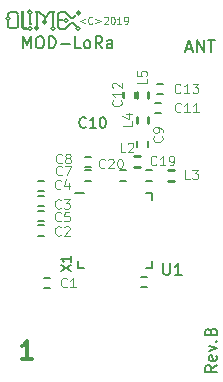
<source format=gbr>
G04 #@! TF.GenerationSoftware,KiCad,Pcbnew,5.1.0-rc1-unknown-9a8afdf~76~ubuntu18.04.1*
G04 #@! TF.CreationDate,2019-02-21T15:29:12+02:00
G04 #@! TF.ProjectId,MOD-LoRa_RevB,4d4f442d-4c6f-4526-915f-526576422e6b,rev?*
G04 #@! TF.SameCoordinates,Original*
G04 #@! TF.FileFunction,Legend,Top*
G04 #@! TF.FilePolarity,Positive*
%FSLAX46Y46*%
G04 Gerber Fmt 4.6, Leading zero omitted, Abs format (unit mm)*
G04 Created by KiCad (PCBNEW 5.1.0-rc1-unknown-9a8afdf~76~ubuntu18.04.1) date 2019-02-21 15:29:12*
%MOMM*%
%LPD*%
G04 APERTURE LIST*
%ADD10C,0.150000*%
%ADD11C,0.300000*%
%ADD12C,0.100000*%
%ADD13C,0.254000*%
%ADD14C,0.200000*%
%ADD15C,0.010000*%
%ADD16C,0.062500*%
%ADD17C,0.012700*%
G04 APERTURE END LIST*
D10*
X136659880Y-119983095D02*
X136183690Y-120316428D01*
X136659880Y-120554523D02*
X135659880Y-120554523D01*
X135659880Y-120173571D01*
X135707500Y-120078333D01*
X135755119Y-120030714D01*
X135850357Y-119983095D01*
X135993214Y-119983095D01*
X136088452Y-120030714D01*
X136136071Y-120078333D01*
X136183690Y-120173571D01*
X136183690Y-120554523D01*
X136612261Y-119173571D02*
X136659880Y-119268809D01*
X136659880Y-119459285D01*
X136612261Y-119554523D01*
X136517023Y-119602142D01*
X136136071Y-119602142D01*
X136040833Y-119554523D01*
X135993214Y-119459285D01*
X135993214Y-119268809D01*
X136040833Y-119173571D01*
X136136071Y-119125952D01*
X136231309Y-119125952D01*
X136326547Y-119602142D01*
X135993214Y-118792619D02*
X136659880Y-118554523D01*
X135993214Y-118316428D01*
X136564642Y-117935476D02*
X136612261Y-117887857D01*
X136659880Y-117935476D01*
X136612261Y-117983095D01*
X136564642Y-117935476D01*
X136659880Y-117935476D01*
X136136071Y-117125952D02*
X136183690Y-116983095D01*
X136231309Y-116935476D01*
X136326547Y-116887857D01*
X136469404Y-116887857D01*
X136564642Y-116935476D01*
X136612261Y-116983095D01*
X136659880Y-117078333D01*
X136659880Y-117459285D01*
X135659880Y-117459285D01*
X135659880Y-117125952D01*
X135707500Y-117030714D01*
X135755119Y-116983095D01*
X135850357Y-116935476D01*
X135945595Y-116935476D01*
X136040833Y-116983095D01*
X136088452Y-117030714D01*
X136136071Y-117125952D01*
X136136071Y-117459285D01*
D11*
X121015071Y-119423571D02*
X120157928Y-119423571D01*
X120586500Y-119423571D02*
X120586500Y-117923571D01*
X120443642Y-118137857D01*
X120300785Y-118280714D01*
X120157928Y-118352142D01*
D10*
X134097142Y-93176666D02*
X134573333Y-93176666D01*
X134001904Y-93462380D02*
X134335238Y-92462380D01*
X134668571Y-93462380D01*
X135001904Y-93462380D02*
X135001904Y-92462380D01*
X135573333Y-93462380D01*
X135573333Y-92462380D01*
X135906666Y-92462380D02*
X136478095Y-92462380D01*
X136192380Y-93462380D02*
X136192380Y-92462380D01*
D12*
X125501085Y-90680969D02*
X125043942Y-90852398D01*
X125501085Y-91023826D01*
X126129657Y-91023826D02*
X126101085Y-91052398D01*
X126015371Y-91080969D01*
X125958228Y-91080969D01*
X125872514Y-91052398D01*
X125815371Y-90995255D01*
X125786800Y-90938112D01*
X125758228Y-90823826D01*
X125758228Y-90738112D01*
X125786800Y-90623826D01*
X125815371Y-90566683D01*
X125872514Y-90509541D01*
X125958228Y-90480969D01*
X126015371Y-90480969D01*
X126101085Y-90509541D01*
X126129657Y-90538112D01*
X126386800Y-90680969D02*
X126843942Y-90852398D01*
X126386800Y-91023826D01*
X127101085Y-90538112D02*
X127129657Y-90509541D01*
X127186800Y-90480969D01*
X127329657Y-90480969D01*
X127386800Y-90509541D01*
X127415371Y-90538112D01*
X127443942Y-90595255D01*
X127443942Y-90652398D01*
X127415371Y-90738112D01*
X127072514Y-91080969D01*
X127443942Y-91080969D01*
X127815371Y-90480969D02*
X127872514Y-90480969D01*
X127929657Y-90509541D01*
X127958228Y-90538112D01*
X127986800Y-90595255D01*
X128015371Y-90709541D01*
X128015371Y-90852398D01*
X127986800Y-90966683D01*
X127958228Y-91023826D01*
X127929657Y-91052398D01*
X127872514Y-91080969D01*
X127815371Y-91080969D01*
X127758228Y-91052398D01*
X127729657Y-91023826D01*
X127701085Y-90966683D01*
X127672514Y-90852398D01*
X127672514Y-90709541D01*
X127701085Y-90595255D01*
X127729657Y-90538112D01*
X127758228Y-90509541D01*
X127815371Y-90480969D01*
X128586800Y-91080969D02*
X128243942Y-91080969D01*
X128415371Y-91080969D02*
X128415371Y-90480969D01*
X128358228Y-90566683D01*
X128301085Y-90623826D01*
X128243942Y-90652398D01*
X128872514Y-91080969D02*
X128986800Y-91080969D01*
X129043942Y-91052398D01*
X129072514Y-91023826D01*
X129129657Y-90938112D01*
X129158228Y-90823826D01*
X129158228Y-90595255D01*
X129129657Y-90538112D01*
X129101085Y-90509541D01*
X129043942Y-90480969D01*
X128929657Y-90480969D01*
X128872514Y-90509541D01*
X128843942Y-90538112D01*
X128815371Y-90595255D01*
X128815371Y-90738112D01*
X128843942Y-90795255D01*
X128872514Y-90823826D01*
X128929657Y-90852398D01*
X129043942Y-90852398D01*
X129101085Y-90823826D01*
X129129657Y-90795255D01*
X129158228Y-90738112D01*
D10*
X120253086Y-93141520D02*
X120253086Y-92141520D01*
X120586420Y-92855806D01*
X120919753Y-92141520D01*
X120919753Y-93141520D01*
X121586420Y-92141520D02*
X121776896Y-92141520D01*
X121872134Y-92189140D01*
X121967372Y-92284378D01*
X122014991Y-92474854D01*
X122014991Y-92808187D01*
X121967372Y-92998663D01*
X121872134Y-93093901D01*
X121776896Y-93141520D01*
X121586420Y-93141520D01*
X121491181Y-93093901D01*
X121395943Y-92998663D01*
X121348324Y-92808187D01*
X121348324Y-92474854D01*
X121395943Y-92284378D01*
X121491181Y-92189140D01*
X121586420Y-92141520D01*
X122443562Y-93141520D02*
X122443562Y-92141520D01*
X122681658Y-92141520D01*
X122824515Y-92189140D01*
X122919753Y-92284378D01*
X122967372Y-92379616D01*
X123014991Y-92570092D01*
X123014991Y-92712949D01*
X122967372Y-92903425D01*
X122919753Y-92998663D01*
X122824515Y-93093901D01*
X122681658Y-93141520D01*
X122443562Y-93141520D01*
X123443562Y-92760568D02*
X124205467Y-92760568D01*
X125157848Y-93141520D02*
X124681658Y-93141520D01*
X124681658Y-92141520D01*
X125634039Y-93141520D02*
X125538801Y-93093901D01*
X125491181Y-93046282D01*
X125443562Y-92951044D01*
X125443562Y-92665330D01*
X125491181Y-92570092D01*
X125538801Y-92522473D01*
X125634039Y-92474854D01*
X125776896Y-92474854D01*
X125872134Y-92522473D01*
X125919753Y-92570092D01*
X125967372Y-92665330D01*
X125967372Y-92951044D01*
X125919753Y-93046282D01*
X125872134Y-93093901D01*
X125776896Y-93141520D01*
X125634039Y-93141520D01*
X126967372Y-93141520D02*
X126634039Y-92665330D01*
X126395943Y-93141520D02*
X126395943Y-92141520D01*
X126776896Y-92141520D01*
X126872134Y-92189140D01*
X126919753Y-92236759D01*
X126967372Y-92331997D01*
X126967372Y-92474854D01*
X126919753Y-92570092D01*
X126872134Y-92617711D01*
X126776896Y-92665330D01*
X126395943Y-92665330D01*
X127824515Y-93141520D02*
X127824515Y-92617711D01*
X127776896Y-92522473D01*
X127681658Y-92474854D01*
X127491181Y-92474854D01*
X127395943Y-92522473D01*
X127824515Y-93093901D02*
X127729277Y-93141520D01*
X127491181Y-93141520D01*
X127395943Y-93093901D01*
X127348324Y-92998663D01*
X127348324Y-92903425D01*
X127395943Y-92808187D01*
X127491181Y-92760568D01*
X127729277Y-92760568D01*
X127824515Y-92712949D01*
X125448000Y-105429141D02*
X124673000Y-105429141D01*
X124898000Y-111729141D02*
X124898000Y-111179141D01*
X125448000Y-111729141D02*
X124898000Y-111729141D01*
X131198000Y-111729141D02*
X131198000Y-111179141D01*
X130648000Y-111729141D02*
X131198000Y-111729141D01*
X131198000Y-105429141D02*
X131198000Y-105979141D01*
X130648000Y-105429141D02*
X131198000Y-105429141D01*
D13*
X130834500Y-97117000D02*
X130834500Y-97371000D01*
X130834500Y-97117000D02*
X130834500Y-96863000D01*
X129945500Y-97117000D02*
X129945500Y-96863000D01*
X129945500Y-97117000D02*
X129945500Y-97371000D01*
X130834500Y-99200000D02*
X130834500Y-99454000D01*
X130834500Y-99200000D02*
X130834500Y-98946000D01*
X129945500Y-99200000D02*
X129945500Y-98946000D01*
X129945500Y-99200000D02*
X129945500Y-99454000D01*
X132808000Y-103455500D02*
X133062000Y-103455500D01*
X132808000Y-103455500D02*
X132554000Y-103455500D01*
X132808000Y-104344500D02*
X132554000Y-104344500D01*
X132808000Y-104344500D02*
X133062000Y-104344500D01*
X129900000Y-102305500D02*
X130154000Y-102305500D01*
X129900000Y-102305500D02*
X129646000Y-102305500D01*
X129900000Y-103194500D02*
X129646000Y-103194500D01*
X129900000Y-103194500D02*
X130154000Y-103194500D01*
D10*
X125726141Y-103203500D02*
X125472141Y-103203500D01*
X125726141Y-103203500D02*
X125980141Y-103203500D01*
X125726141Y-102314500D02*
X125980141Y-102314500D01*
X125726141Y-102314500D02*
X125472141Y-102314500D01*
X128700000Y-104374500D02*
X128446000Y-104374500D01*
X128700000Y-104374500D02*
X128954000Y-104374500D01*
X128700000Y-103485500D02*
X128954000Y-103485500D01*
X128700000Y-103485500D02*
X128446000Y-103485500D01*
X130900000Y-103455500D02*
X131154000Y-103455500D01*
X130900000Y-103455500D02*
X130646000Y-103455500D01*
X130900000Y-104344500D02*
X130646000Y-104344500D01*
X130900000Y-104344500D02*
X131154000Y-104344500D01*
X131850000Y-97044500D02*
X131596000Y-97044500D01*
X131850000Y-97044500D02*
X132104000Y-97044500D01*
X131850000Y-96155500D02*
X132104000Y-96155500D01*
X131850000Y-96155500D02*
X131596000Y-96155500D01*
X128805500Y-97120000D02*
X128805500Y-96866000D01*
X128805500Y-97120000D02*
X128805500Y-97374000D01*
X129694500Y-97120000D02*
X129694500Y-97374000D01*
X129694500Y-97120000D02*
X129694500Y-96866000D01*
X131700000Y-98644500D02*
X131446000Y-98644500D01*
X131700000Y-98644500D02*
X131954000Y-98644500D01*
X131700000Y-97755500D02*
X131954000Y-97755500D01*
X131700000Y-97755500D02*
X131446000Y-97755500D01*
X129945500Y-101240000D02*
X129945500Y-100986000D01*
X129945500Y-101240000D02*
X129945500Y-101494000D01*
X130834500Y-101240000D02*
X130834500Y-101494000D01*
X130834500Y-101240000D02*
X130834500Y-100986000D01*
X125726141Y-104346500D02*
X125472141Y-104346500D01*
X125726141Y-104346500D02*
X125980141Y-104346500D01*
X125726141Y-103457500D02*
X125980141Y-103457500D01*
X125726141Y-103457500D02*
X125472141Y-103457500D01*
X130504800Y-113388041D02*
X130250800Y-113388041D01*
X130504800Y-113388041D02*
X130758800Y-113388041D01*
X130504800Y-112499041D02*
X130758800Y-112499041D01*
X130504800Y-112499041D02*
X130250800Y-112499041D01*
X121818000Y-106885640D02*
X122072000Y-106885640D01*
X121818000Y-106885640D02*
X121564000Y-106885640D01*
X121818000Y-107774640D02*
X121564000Y-107774640D01*
X121818000Y-107774640D02*
X122072000Y-107774640D01*
X121818000Y-104345641D02*
X122072000Y-104345641D01*
X121818000Y-104345641D02*
X121564000Y-104345641D01*
X121818000Y-105234641D02*
X121564000Y-105234641D01*
X121818000Y-105234641D02*
X122072000Y-105234641D01*
X121818000Y-105615641D02*
X122072000Y-105615641D01*
X121818000Y-105615641D02*
X121564000Y-105615641D01*
X121818000Y-106504641D02*
X121564000Y-106504641D01*
X121818000Y-106504641D02*
X122072000Y-106504641D01*
X121818000Y-108134641D02*
X122072000Y-108134641D01*
X121818000Y-108134641D02*
X121564000Y-108134641D01*
X121818000Y-109023641D02*
X121564000Y-109023641D01*
X121818000Y-109023641D02*
X122072000Y-109023641D01*
X122275000Y-112584641D02*
X122529000Y-112584641D01*
X122275000Y-112584641D02*
X122021000Y-112584641D01*
X122275000Y-113473641D02*
X122021000Y-113473641D01*
X122275000Y-113473641D02*
X122529000Y-113473641D01*
X119176339Y-90617600D02*
G75*
G03X119176339Y-90617600I-172739J0D01*
G01*
D14*
X119638600Y-90098700D02*
X119791000Y-90249300D01*
X119791000Y-90287400D02*
X119791000Y-91290700D01*
X119651300Y-91455800D02*
X119791000Y-91316100D01*
X119003600Y-90846200D02*
X119003600Y-91290700D01*
X120146600Y-90096900D02*
X120146600Y-91278000D01*
X120146600Y-91278000D02*
X120324400Y-91443100D01*
X120324400Y-91443100D02*
X120603800Y-91443100D01*
D10*
X121005139Y-91455800D02*
G75*
G03X121005139Y-91455800I-172739J0D01*
G01*
D14*
X120832400Y-90312800D02*
X120832400Y-91024000D01*
D10*
X121005139Y-90084200D02*
G75*
G03X121005139Y-90084200I-172739J0D01*
G01*
X121576639Y-91455800D02*
G75*
G03X121576639Y-91455800I-172739J0D01*
G01*
D14*
X121403900Y-91239900D02*
X121403900Y-90071500D01*
X121403900Y-90071500D02*
X121632500Y-90071500D01*
X121632500Y-90071500D02*
X122077000Y-90516000D01*
X122077000Y-90516000D02*
X122077000Y-90719200D01*
X122077000Y-90541400D02*
X122559600Y-90071500D01*
D10*
X122249739Y-90947800D02*
G75*
G03X122249739Y-90947800I-172739J0D01*
G01*
D14*
X122559600Y-90071500D02*
X122775500Y-90071500D01*
X122775500Y-90071500D02*
X122775500Y-91201800D01*
D10*
X122948239Y-91455800D02*
G75*
G03X122948239Y-91455800I-172739J0D01*
G01*
X125081839Y-91468500D02*
G75*
G03X125081839Y-91468500I-172739J0D01*
G01*
D14*
X124794800Y-91303400D02*
X124502700Y-91011300D01*
X124502700Y-91011300D02*
X124312200Y-91011300D01*
X124312200Y-91011300D02*
X123804200Y-91519300D01*
X123804200Y-91519300D02*
X123410500Y-91519300D01*
X123410500Y-91519300D02*
X123245400Y-91341500D01*
X123245400Y-91341500D02*
X123245400Y-90770000D01*
X123245400Y-90274700D02*
X123423200Y-90096900D01*
X123245400Y-90782700D02*
X123245400Y-90274700D01*
X123423200Y-90096900D02*
X123816900Y-90096900D01*
X123816900Y-90096900D02*
X124312200Y-90592200D01*
X124312200Y-90592200D02*
X124515400Y-90592200D01*
X124515400Y-90592200D02*
X124769400Y-90338200D01*
D10*
X125094539Y-90160400D02*
G75*
G03X125094539Y-90160400I-172739J0D01*
G01*
D14*
X123677200Y-90770000D02*
X123245400Y-90770000D01*
D10*
X124053139Y-90770000D02*
G75*
G03X124053139Y-90770000I-172739J0D01*
G01*
D14*
X119156000Y-90096900D02*
X119638600Y-90096900D01*
X119003600Y-90249300D02*
X119156000Y-90096900D01*
X119003600Y-90414400D02*
X119003600Y-90249300D01*
X119156000Y-91455800D02*
X119003600Y-91316100D01*
X119651300Y-91455800D02*
X119156000Y-91455800D01*
D15*
X120045000Y-89995300D02*
X120045000Y-91290700D01*
X120146600Y-89995300D02*
X120045000Y-89995300D01*
X120045000Y-91316100D02*
X120286300Y-91544700D01*
X120045000Y-91303400D02*
X120045000Y-91316100D01*
X120045000Y-91290700D02*
X120045000Y-91303400D01*
X120057700Y-91328800D02*
X120045000Y-91303400D01*
X120286300Y-91544700D02*
X120603800Y-91544700D01*
X120299000Y-91544700D02*
X120286300Y-91532000D01*
X120248200Y-89995300D02*
X120248200Y-91252600D01*
X120146600Y-89995300D02*
X120248200Y-89995300D01*
D16*
X120072940Y-90025780D02*
X120121200Y-90025780D01*
X120169460Y-90028320D02*
X120217720Y-90028320D01*
D17*
X120052620Y-89997840D02*
X120052620Y-90071500D01*
X120238040Y-89997840D02*
X120238040Y-90076580D01*
X120926380Y-91123060D02*
X120735880Y-91123060D01*
X120926380Y-91026540D02*
X120926380Y-91123060D01*
X120735880Y-91123060D02*
X120735880Y-90300100D01*
X120740960Y-91110360D02*
X120923840Y-91110360D01*
X120738420Y-91097660D02*
X120921300Y-91097660D01*
X120738420Y-91084960D02*
X120921300Y-91084960D01*
X120738420Y-91072260D02*
X120923840Y-91072260D01*
X121309920Y-89977520D02*
X121637580Y-89977520D01*
X121309920Y-90074040D02*
X121309920Y-89977520D01*
X121363260Y-89990220D02*
X121317540Y-89990220D01*
X121320080Y-89982600D02*
X121320080Y-90023240D01*
X121322620Y-90002920D02*
X121337860Y-90002920D01*
X122869480Y-89977520D02*
X122869480Y-90074040D01*
X122783120Y-89977520D02*
X122869480Y-89977520D01*
X122823760Y-89987680D02*
X122861860Y-89987680D01*
X122859320Y-89992760D02*
X122859320Y-90023240D01*
X122836460Y-89997840D02*
X122856780Y-89997840D01*
X122851700Y-89995300D02*
X122851700Y-90010540D01*
D10*
X132130895Y-111339380D02*
X132130895Y-112148904D01*
X132178514Y-112244142D01*
X132226133Y-112291761D01*
X132321371Y-112339380D01*
X132511847Y-112339380D01*
X132607085Y-112291761D01*
X132654704Y-112244142D01*
X132702323Y-112148904D01*
X132702323Y-111339380D01*
X133702323Y-112339380D02*
X133130895Y-112339380D01*
X133416609Y-112339380D02*
X133416609Y-111339380D01*
X133321371Y-111482238D01*
X133226133Y-111577476D01*
X133130895Y-111625095D01*
X125551428Y-99801428D02*
X125508571Y-99844285D01*
X125380000Y-99887142D01*
X125294285Y-99887142D01*
X125165714Y-99844285D01*
X125080000Y-99758571D01*
X125037142Y-99672857D01*
X124994285Y-99501428D01*
X124994285Y-99372857D01*
X125037142Y-99201428D01*
X125080000Y-99115714D01*
X125165714Y-99030000D01*
X125294285Y-98987142D01*
X125380000Y-98987142D01*
X125508571Y-99030000D01*
X125551428Y-99072857D01*
X126408571Y-99887142D02*
X125894285Y-99887142D01*
X126151428Y-99887142D02*
X126151428Y-98987142D01*
X126065714Y-99115714D01*
X125980000Y-99201428D01*
X125894285Y-99244285D01*
X126965714Y-98987142D02*
X127051428Y-98987142D01*
X127137142Y-99030000D01*
X127180000Y-99072857D01*
X127222857Y-99158571D01*
X127265714Y-99330000D01*
X127265714Y-99544285D01*
X127222857Y-99715714D01*
X127180000Y-99801428D01*
X127137142Y-99844285D01*
X127051428Y-99887142D01*
X126965714Y-99887142D01*
X126880000Y-99844285D01*
X126837142Y-99801428D01*
X126794285Y-99715714D01*
X126751428Y-99544285D01*
X126751428Y-99330000D01*
X126794285Y-99158571D01*
X126837142Y-99072857D01*
X126880000Y-99030000D01*
X126965714Y-98987142D01*
D12*
X130721904Y-95723333D02*
X130721904Y-96104285D01*
X129921904Y-96104285D01*
X129921904Y-95075714D02*
X129921904Y-95456666D01*
X130302857Y-95494761D01*
X130264761Y-95456666D01*
X130226666Y-95380476D01*
X130226666Y-95190000D01*
X130264761Y-95113809D01*
X130302857Y-95075714D01*
X130379047Y-95037619D01*
X130569523Y-95037619D01*
X130645714Y-95075714D01*
X130683809Y-95113809D01*
X130721904Y-95190000D01*
X130721904Y-95380476D01*
X130683809Y-95456666D01*
X130645714Y-95494761D01*
D10*
X123488504Y-112001219D02*
X124288504Y-111467885D01*
X123488504Y-111467885D02*
X124288504Y-112001219D01*
X124288504Y-110744076D02*
X124288504Y-111201219D01*
X124288504Y-110972647D02*
X123488504Y-110972647D01*
X123602790Y-111048838D01*
X123678980Y-111125028D01*
X123717076Y-111201219D01*
D12*
X129481904Y-99333333D02*
X129481904Y-99714285D01*
X128681904Y-99714285D01*
X128948571Y-98723809D02*
X129481904Y-98723809D01*
X128643809Y-98914285D02*
X129215238Y-99104761D01*
X129215238Y-98609523D01*
X134386666Y-104231904D02*
X134005714Y-104231904D01*
X134005714Y-103431904D01*
X134577142Y-103431904D02*
X135072380Y-103431904D01*
X134805714Y-103736666D01*
X134920000Y-103736666D01*
X134996190Y-103774761D01*
X135034285Y-103812857D01*
X135072380Y-103889047D01*
X135072380Y-104079523D01*
X135034285Y-104155714D01*
X134996190Y-104193809D01*
X134920000Y-104231904D01*
X134691428Y-104231904D01*
X134615238Y-104193809D01*
X134577142Y-104155714D01*
X128916666Y-101961904D02*
X128535714Y-101961904D01*
X128535714Y-101161904D01*
X129145238Y-101238095D02*
X129183333Y-101200000D01*
X129259523Y-101161904D01*
X129450000Y-101161904D01*
X129526190Y-101200000D01*
X129564285Y-101238095D01*
X129602380Y-101314285D01*
X129602380Y-101390476D01*
X129564285Y-101504761D01*
X129107142Y-101961904D01*
X129602380Y-101961904D01*
X123536666Y-102815714D02*
X123498571Y-102853809D01*
X123384285Y-102891904D01*
X123308095Y-102891904D01*
X123193809Y-102853809D01*
X123117619Y-102777619D01*
X123079523Y-102701428D01*
X123041428Y-102549047D01*
X123041428Y-102434761D01*
X123079523Y-102282380D01*
X123117619Y-102206190D01*
X123193809Y-102130000D01*
X123308095Y-102091904D01*
X123384285Y-102091904D01*
X123498571Y-102130000D01*
X123536666Y-102168095D01*
X123993809Y-102434761D02*
X123917619Y-102396666D01*
X123879523Y-102358571D01*
X123841428Y-102282380D01*
X123841428Y-102244285D01*
X123879523Y-102168095D01*
X123917619Y-102130000D01*
X123993809Y-102091904D01*
X124146190Y-102091904D01*
X124222380Y-102130000D01*
X124260476Y-102168095D01*
X124298571Y-102244285D01*
X124298571Y-102282380D01*
X124260476Y-102358571D01*
X124222380Y-102396666D01*
X124146190Y-102434761D01*
X123993809Y-102434761D01*
X123917619Y-102472857D01*
X123879523Y-102510952D01*
X123841428Y-102587142D01*
X123841428Y-102739523D01*
X123879523Y-102815714D01*
X123917619Y-102853809D01*
X123993809Y-102891904D01*
X124146190Y-102891904D01*
X124222380Y-102853809D01*
X124260476Y-102815714D01*
X124298571Y-102739523D01*
X124298571Y-102587142D01*
X124260476Y-102510952D01*
X124222380Y-102472857D01*
X124146190Y-102434761D01*
X127175714Y-103225714D02*
X127137619Y-103263809D01*
X127023333Y-103301904D01*
X126947142Y-103301904D01*
X126832857Y-103263809D01*
X126756666Y-103187619D01*
X126718571Y-103111428D01*
X126680476Y-102959047D01*
X126680476Y-102844761D01*
X126718571Y-102692380D01*
X126756666Y-102616190D01*
X126832857Y-102540000D01*
X126947142Y-102501904D01*
X127023333Y-102501904D01*
X127137619Y-102540000D01*
X127175714Y-102578095D01*
X127480476Y-102578095D02*
X127518571Y-102540000D01*
X127594761Y-102501904D01*
X127785238Y-102501904D01*
X127861428Y-102540000D01*
X127899523Y-102578095D01*
X127937619Y-102654285D01*
X127937619Y-102730476D01*
X127899523Y-102844761D01*
X127442380Y-103301904D01*
X127937619Y-103301904D01*
X128432857Y-102501904D02*
X128509047Y-102501904D01*
X128585238Y-102540000D01*
X128623333Y-102578095D01*
X128661428Y-102654285D01*
X128699523Y-102806666D01*
X128699523Y-102997142D01*
X128661428Y-103149523D01*
X128623333Y-103225714D01*
X128585238Y-103263809D01*
X128509047Y-103301904D01*
X128432857Y-103301904D01*
X128356666Y-103263809D01*
X128318571Y-103225714D01*
X128280476Y-103149523D01*
X128242380Y-102997142D01*
X128242380Y-102806666D01*
X128280476Y-102654285D01*
X128318571Y-102578095D01*
X128356666Y-102540000D01*
X128432857Y-102501904D01*
X131545714Y-102975714D02*
X131507619Y-103013809D01*
X131393333Y-103051904D01*
X131317142Y-103051904D01*
X131202857Y-103013809D01*
X131126666Y-102937619D01*
X131088571Y-102861428D01*
X131050476Y-102709047D01*
X131050476Y-102594761D01*
X131088571Y-102442380D01*
X131126666Y-102366190D01*
X131202857Y-102290000D01*
X131317142Y-102251904D01*
X131393333Y-102251904D01*
X131507619Y-102290000D01*
X131545714Y-102328095D01*
X132307619Y-103051904D02*
X131850476Y-103051904D01*
X132079047Y-103051904D02*
X132079047Y-102251904D01*
X132002857Y-102366190D01*
X131926666Y-102442380D01*
X131850476Y-102480476D01*
X132688571Y-103051904D02*
X132840952Y-103051904D01*
X132917142Y-103013809D01*
X132955238Y-102975714D01*
X133031428Y-102861428D01*
X133069523Y-102709047D01*
X133069523Y-102404285D01*
X133031428Y-102328095D01*
X132993333Y-102290000D01*
X132917142Y-102251904D01*
X132764761Y-102251904D01*
X132688571Y-102290000D01*
X132650476Y-102328095D01*
X132612380Y-102404285D01*
X132612380Y-102594761D01*
X132650476Y-102670952D01*
X132688571Y-102709047D01*
X132764761Y-102747142D01*
X132917142Y-102747142D01*
X132993333Y-102709047D01*
X133031428Y-102670952D01*
X133069523Y-102594761D01*
X133575714Y-96875714D02*
X133537619Y-96913809D01*
X133423333Y-96951904D01*
X133347142Y-96951904D01*
X133232857Y-96913809D01*
X133156666Y-96837619D01*
X133118571Y-96761428D01*
X133080476Y-96609047D01*
X133080476Y-96494761D01*
X133118571Y-96342380D01*
X133156666Y-96266190D01*
X133232857Y-96190000D01*
X133347142Y-96151904D01*
X133423333Y-96151904D01*
X133537619Y-96190000D01*
X133575714Y-96228095D01*
X134337619Y-96951904D02*
X133880476Y-96951904D01*
X134109047Y-96951904D02*
X134109047Y-96151904D01*
X134032857Y-96266190D01*
X133956666Y-96342380D01*
X133880476Y-96380476D01*
X134604285Y-96151904D02*
X135099523Y-96151904D01*
X134832857Y-96456666D01*
X134947142Y-96456666D01*
X135023333Y-96494761D01*
X135061428Y-96532857D01*
X135099523Y-96609047D01*
X135099523Y-96799523D01*
X135061428Y-96875714D01*
X135023333Y-96913809D01*
X134947142Y-96951904D01*
X134718571Y-96951904D01*
X134642380Y-96913809D01*
X134604285Y-96875714D01*
X128524355Y-97566285D02*
X128562450Y-97604380D01*
X128600545Y-97718666D01*
X128600545Y-97794857D01*
X128562450Y-97909142D01*
X128486260Y-97985333D01*
X128410069Y-98023428D01*
X128257688Y-98061523D01*
X128143402Y-98061523D01*
X127991021Y-98023428D01*
X127914831Y-97985333D01*
X127838641Y-97909142D01*
X127800545Y-97794857D01*
X127800545Y-97718666D01*
X127838641Y-97604380D01*
X127876736Y-97566285D01*
X128600545Y-96804380D02*
X128600545Y-97261523D01*
X128600545Y-97032952D02*
X127800545Y-97032952D01*
X127914831Y-97109142D01*
X127991021Y-97185333D01*
X128029117Y-97261523D01*
X127876736Y-96499619D02*
X127838641Y-96461523D01*
X127800545Y-96385333D01*
X127800545Y-96194857D01*
X127838641Y-96118666D01*
X127876736Y-96080571D01*
X127952926Y-96042476D01*
X128029117Y-96042476D01*
X128143402Y-96080571D01*
X128600545Y-96537714D01*
X128600545Y-96042476D01*
X133615714Y-98485714D02*
X133577619Y-98523809D01*
X133463333Y-98561904D01*
X133387142Y-98561904D01*
X133272857Y-98523809D01*
X133196666Y-98447619D01*
X133158571Y-98371428D01*
X133120476Y-98219047D01*
X133120476Y-98104761D01*
X133158571Y-97952380D01*
X133196666Y-97876190D01*
X133272857Y-97800000D01*
X133387142Y-97761904D01*
X133463333Y-97761904D01*
X133577619Y-97800000D01*
X133615714Y-97838095D01*
X134377619Y-98561904D02*
X133920476Y-98561904D01*
X134149047Y-98561904D02*
X134149047Y-97761904D01*
X134072857Y-97876190D01*
X133996666Y-97952380D01*
X133920476Y-97990476D01*
X135139523Y-98561904D02*
X134682380Y-98561904D01*
X134910952Y-98561904D02*
X134910952Y-97761904D01*
X134834761Y-97876190D01*
X134758571Y-97952380D01*
X134682380Y-97990476D01*
X131995714Y-100593333D02*
X132033809Y-100631428D01*
X132071904Y-100745714D01*
X132071904Y-100821904D01*
X132033809Y-100936190D01*
X131957619Y-101012380D01*
X131881428Y-101050476D01*
X131729047Y-101088571D01*
X131614761Y-101088571D01*
X131462380Y-101050476D01*
X131386190Y-101012380D01*
X131310000Y-100936190D01*
X131271904Y-100821904D01*
X131271904Y-100745714D01*
X131310000Y-100631428D01*
X131348095Y-100593333D01*
X132071904Y-100212380D02*
X132071904Y-100060000D01*
X132033809Y-99983809D01*
X131995714Y-99945714D01*
X131881428Y-99869523D01*
X131729047Y-99831428D01*
X131424285Y-99831428D01*
X131348095Y-99869523D01*
X131310000Y-99907619D01*
X131271904Y-99983809D01*
X131271904Y-100136190D01*
X131310000Y-100212380D01*
X131348095Y-100250476D01*
X131424285Y-100288571D01*
X131614761Y-100288571D01*
X131690952Y-100250476D01*
X131729047Y-100212380D01*
X131767142Y-100136190D01*
X131767142Y-99983809D01*
X131729047Y-99907619D01*
X131690952Y-99869523D01*
X131614761Y-99831428D01*
X123536666Y-103835714D02*
X123498571Y-103873809D01*
X123384285Y-103911904D01*
X123308095Y-103911904D01*
X123193809Y-103873809D01*
X123117619Y-103797619D01*
X123079523Y-103721428D01*
X123041428Y-103569047D01*
X123041428Y-103454761D01*
X123079523Y-103302380D01*
X123117619Y-103226190D01*
X123193809Y-103150000D01*
X123308095Y-103111904D01*
X123384285Y-103111904D01*
X123498571Y-103150000D01*
X123536666Y-103188095D01*
X123803333Y-103111904D02*
X124336666Y-103111904D01*
X123993809Y-103911904D01*
X123437666Y-107727714D02*
X123399571Y-107765809D01*
X123285285Y-107803904D01*
X123209095Y-107803904D01*
X123094809Y-107765809D01*
X123018619Y-107689619D01*
X122980523Y-107613428D01*
X122942428Y-107461047D01*
X122942428Y-107346761D01*
X122980523Y-107194380D01*
X123018619Y-107118190D01*
X123094809Y-107042000D01*
X123209095Y-107003904D01*
X123285285Y-107003904D01*
X123399571Y-107042000D01*
X123437666Y-107080095D01*
X124161476Y-107003904D02*
X123780523Y-107003904D01*
X123742428Y-107384857D01*
X123780523Y-107346761D01*
X123856714Y-107308666D01*
X124047190Y-107308666D01*
X124123380Y-107346761D01*
X124161476Y-107384857D01*
X124199571Y-107461047D01*
X124199571Y-107651523D01*
X124161476Y-107727714D01*
X124123380Y-107765809D01*
X124047190Y-107803904D01*
X123856714Y-107803904D01*
X123780523Y-107765809D01*
X123742428Y-107727714D01*
X123437666Y-104997214D02*
X123399571Y-105035309D01*
X123285285Y-105073404D01*
X123209095Y-105073404D01*
X123094809Y-105035309D01*
X123018619Y-104959119D01*
X122980523Y-104882928D01*
X122942428Y-104730547D01*
X122942428Y-104616261D01*
X122980523Y-104463880D01*
X123018619Y-104387690D01*
X123094809Y-104311500D01*
X123209095Y-104273404D01*
X123285285Y-104273404D01*
X123399571Y-104311500D01*
X123437666Y-104349595D01*
X124123380Y-104540071D02*
X124123380Y-105073404D01*
X123932904Y-104235309D02*
X123742428Y-104806738D01*
X124237666Y-104806738D01*
X123437666Y-106648214D02*
X123399571Y-106686309D01*
X123285285Y-106724404D01*
X123209095Y-106724404D01*
X123094809Y-106686309D01*
X123018619Y-106610119D01*
X122980523Y-106533928D01*
X122942428Y-106381547D01*
X122942428Y-106267261D01*
X122980523Y-106114880D01*
X123018619Y-106038690D01*
X123094809Y-105962500D01*
X123209095Y-105924404D01*
X123285285Y-105924404D01*
X123399571Y-105962500D01*
X123437666Y-106000595D01*
X123704333Y-105924404D02*
X124199571Y-105924404D01*
X123932904Y-106229166D01*
X124047190Y-106229166D01*
X124123380Y-106267261D01*
X124161476Y-106305357D01*
X124199571Y-106381547D01*
X124199571Y-106572023D01*
X124161476Y-106648214D01*
X124123380Y-106686309D01*
X124047190Y-106724404D01*
X123818619Y-106724404D01*
X123742428Y-106686309D01*
X123704333Y-106648214D01*
X123437666Y-108934214D02*
X123399571Y-108972309D01*
X123285285Y-109010404D01*
X123209095Y-109010404D01*
X123094809Y-108972309D01*
X123018619Y-108896119D01*
X122980523Y-108819928D01*
X122942428Y-108667547D01*
X122942428Y-108553261D01*
X122980523Y-108400880D01*
X123018619Y-108324690D01*
X123094809Y-108248500D01*
X123209095Y-108210404D01*
X123285285Y-108210404D01*
X123399571Y-108248500D01*
X123437666Y-108286595D01*
X123742428Y-108286595D02*
X123780523Y-108248500D01*
X123856714Y-108210404D01*
X124047190Y-108210404D01*
X124123380Y-108248500D01*
X124161476Y-108286595D01*
X124199571Y-108362785D01*
X124199571Y-108438976D01*
X124161476Y-108553261D01*
X123704333Y-109010404D01*
X124199571Y-109010404D01*
X123945666Y-113315714D02*
X123907571Y-113353809D01*
X123793285Y-113391904D01*
X123717095Y-113391904D01*
X123602809Y-113353809D01*
X123526619Y-113277619D01*
X123488523Y-113201428D01*
X123450428Y-113049047D01*
X123450428Y-112934761D01*
X123488523Y-112782380D01*
X123526619Y-112706190D01*
X123602809Y-112630000D01*
X123717095Y-112591904D01*
X123793285Y-112591904D01*
X123907571Y-112630000D01*
X123945666Y-112668095D01*
X124707571Y-113391904D02*
X124250428Y-113391904D01*
X124479000Y-113391904D02*
X124479000Y-112591904D01*
X124402809Y-112706190D01*
X124326619Y-112782380D01*
X124250428Y-112820476D01*
M02*

</source>
